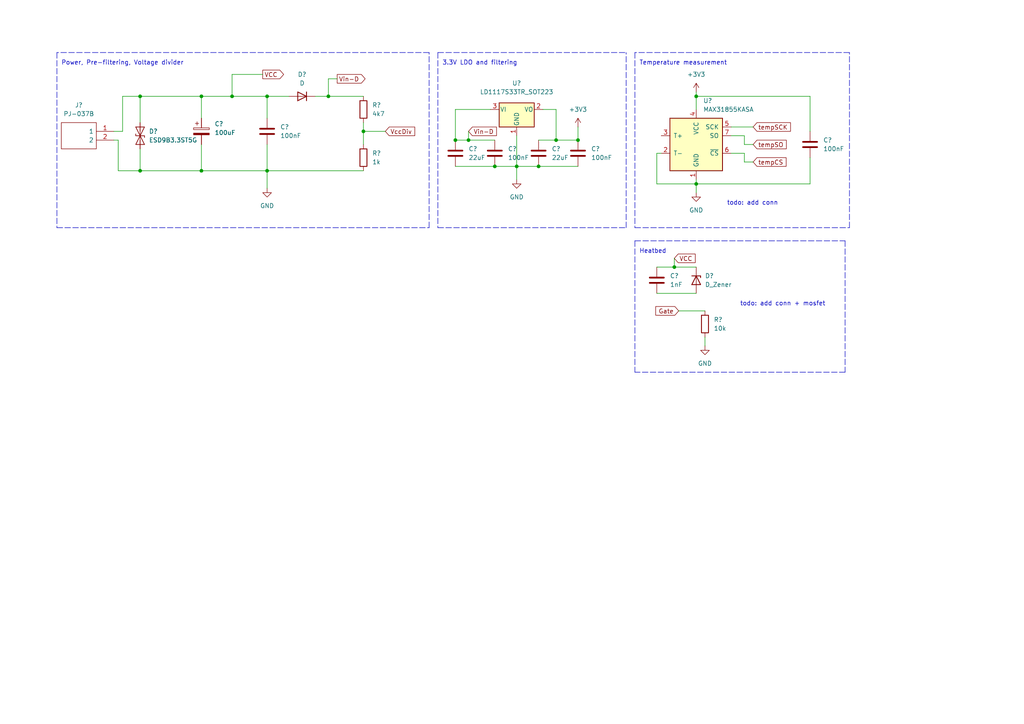
<source format=kicad_sch>
(kicad_sch (version 20211123) (generator eeschema)
  (paper "A4")
  (lib_symbols
    (symbol "Device:C" (pin_numbers hide) (pin_names (offset 0.254))
      (property "Reference" "C" (at 0.635 2.54 0))
      (property "Value" "C" (at 0.635 -2.54 0))
      (symbol "C_0_1"
        (polyline (pts (xy -2.032 -0.762) (xy 2.032 -0.762)) (stroke (width 0.508)))
        (polyline (pts (xy -2.032 0.762) (xy 2.032 0.762)) (stroke (width 0.508)))
      )
      (symbol "C_1_1"
        (pin passive line (at 0 3.81 270) (length 2.794) (name "~") (number "1"))
        (pin passive line (at 0 -3.81 90) (length 2.794) (name "~") (number "2"))
      )
    )
    (symbol "Device:C_Polarized" (pin_numbers hide) (pin_names (offset 0.254))
      (property "Reference" "C" (at 0.635 2.54 0))
      (property "Value" "C_Polarized" (at 0.635 -2.54 0))
      (symbol "C_Polarized_0_1"
        (rectangle (start -2.286 0.508) (end 2.286 1.016))
        (polyline (pts (xy -1.778 2.286) (xy -0.762 2.286)))
        (polyline (pts (xy -1.27 2.794) (xy -1.27 1.778)))
        (rectangle (start 2.286 -0.508) (end -2.286 -1.016) (fill (type outline)))
      )
      (symbol "C_Polarized_1_1"
        (pin passive line (at 0 3.81 270) (length 2.794) (name "~") (number "1"))
        (pin passive line (at 0 -3.81 90) (length 2.794) (name "~") (number "2"))
      )
    )
    (symbol "Device:D" (pin_numbers hide) (pin_names (offset 1.016) hide)
      (property "Reference" "D" (at 0 2.54 0))
      (property "Value" "D" (at 0 -2.54 0))
      (symbol "D_0_1"
        (polyline (pts (xy -1.27 1.27) (xy -1.27 -1.27)) (stroke (width 0.254)))
        (polyline (pts (xy 1.27 0) (xy -1.27 0)))
        (polyline (pts (xy 1.27 1.27) (xy 1.27 -1.27) (xy -1.27 0) (xy 1.27 1.27)) (stroke (width 0.254)))
      )
      (symbol "D_1_1"
        (pin passive line (at -3.81 0 0) (length 2.54) (name "K") (number "1"))
        (pin passive line (at 3.81 0 180) (length 2.54) (name "A") (number "2"))
      )
    )
    (symbol "Device:D_Zener" (pin_numbers hide) (pin_names (offset 1.016) hide)
      (property "Reference" "D" (at 0 2.54 0))
      (property "Value" "D_Zener" (at 0 -2.54 0))
      (symbol "D_Zener_0_1"
        (polyline (pts (xy 1.27 0) (xy -1.27 0)))
        (polyline (pts (xy -1.27 -1.27) (xy -1.27 1.27) (xy -0.762 1.27)) (stroke (width 0.254)))
        (polyline (pts (xy 1.27 -1.27) (xy 1.27 1.27) (xy -1.27 0) (xy 1.27 -1.27)) (stroke (width 0.254)))
      )
      (symbol "D_Zener_1_1"
        (pin passive line (at -3.81 0 0) (length 2.54) (name "K") (number "1"))
        (pin passive line (at 3.81 0 180) (length 2.54) (name "A") (number "2"))
      )
    )
    (symbol "Device:R" (pin_numbers hide) (pin_names (offset 0))
      (property "Reference" "R" (at 2.032 0 90))
      (property "Value" "R" (at 0 0 90))
      (symbol "R_0_1"
        (rectangle (start -1.016 -2.54) (end 1.016 2.54) (stroke (width 0.254)))
      )
      (symbol "R_1_1"
        (pin passive line (at 0 3.81 270) (length 1.27) (name "~") (number "1"))
        (pin passive line (at 0 -3.81 90) (length 1.27) (name "~") (number "2"))
      )
    )
    (symbol "Diode:ESD9B3.3ST5G" (pin_numbers hide) (pin_names (offset 1.016) hide)
      (property "Reference" "D" (at 0 2.54 0))
      (property "Value" "ESD9B3.3ST5G" (at 0 -2.54 0))
      (symbol "ESD9B3.3ST5G_0_1"
        (polyline (pts (xy 1.27 0) (xy -1.27 0)))
        (polyline (pts (xy -2.54 -1.27) (xy 0 0) (xy -2.54 1.27) (xy -2.54 -1.27)) (stroke (width 0.2032)))
        (polyline (pts (xy 0.508 1.27) (xy 0 1.27) (xy 0 -1.27) (xy -0.508 -1.27)) (stroke (width 0.2032)))
        (polyline (pts (xy 2.54 1.27) (xy 2.54 -1.27) (xy 0 0) (xy 2.54 1.27)) (stroke (width 0.2032)))
      )
      (symbol "ESD9B3.3ST5G_1_1"
        (pin passive line (at -3.81 0 0) (length 2.54) (name "A1") (number "1"))
        (pin passive line (at 3.81 0 180) (length 2.54) (name "A2") (number "2"))
      )
    )
    (symbol "Regulator_Linear:LD1117S33TR_SOT223" (pin_names (offset 0.254))
      (property "Reference" "U" (at -3.81 3.175 0))
      (property "Value" "LD1117S33TR_SOT223" (at 0 3.175 0))
      (symbol "LD1117S33TR_SOT223_0_1"
        (rectangle (start -5.08 -5.08) (end 5.08 1.905) (stroke (width 0.254)) (fill (type background)))
      )
      (symbol "LD1117S33TR_SOT223_1_1"
        (pin power_in line (at 0 -7.62 90) (length 2.54) (name "GND") (number "1"))
        (pin power_out line (at 7.62 0 180) (length 2.54) (name "VO") (number "2"))
        (pin power_in line (at -7.62 0 0) (length 2.54) (name "VI") (number "3"))
      )
    )
    (symbol "Sensor_Temperature:MAX31855KASA" (pin_names (offset 1.016))
      (property "Reference" "U" (at -7.62 8.89 0))
      (property "Value" "MAX31855KASA" (at 1.27 8.89 0))
      (symbol "MAX31855KASA_0_1"
        (rectangle (start -7.62 7.62) (end 7.62 -7.62) (stroke (width 0.254)) (fill (type background)))
      )
      (symbol "MAX31855KASA_1_1"
        (pin power_in line (at 0 -10.16 90) (length 2.54) (name "GND") (number "1"))
        (pin passive line (at -10.16 -2.54 0) (length 2.54) (name "T-") (number "2"))
        (pin passive line (at -10.16 2.54 0) (length 2.54) (name "T+") (number "3"))
        (pin power_in line (at 0 10.16 270) (length 2.54) (name "VCC") (number "4"))
        (pin input line (at 10.16 5.08 180) (length 2.54) (name "SCK") (number "5"))
        (pin input line (at 10.16 -2.54 180) (length 2.54) (name "~{CS}") (number "6"))
        (pin tri_state line (at 10.16 2.54 180) (length 2.54) (name "SO") (number "7"))
      )
    )
    (symbol "library_loader:PJ-037B" (pin_names (offset 0.762))
      (property "Reference" "J" (at 16.51 7.62 0))
      (property "Value" "PJ-037B" (at 16.51 5.08 0))
      (symbol "PJ-037B_0_0"
        (pin passive line (at 0 -2.54 0) (length 5.08) (name "1") (number "1"))
        (pin passive line (at 0 0 0) (length 5.08) (name "2") (number "2"))
      )
      (symbol "PJ-037B_0_1"
        (polyline (pts (xy 5.08 2.54) (xy 15.24 2.54) (xy 15.24 -5.08) (xy 5.08 -5.08) (xy 5.08 2.54)) (stroke (width 0.1524)))
      )
    )
    (symbol "power:+3.3V" (power) (pin_names (offset 0))
      (property "Value" "+3.3V" (at 0 3.556 0))
      (symbol "+3.3V_0_1"
        (polyline (pts (xy -0.762 1.27) (xy 0 2.54)))
        (polyline (pts (xy 0 0) (xy 0 2.54)))
        (polyline (pts (xy 0 2.54) (xy 0.762 1.27)))
      )
      (symbol "+3.3V_1_1"
        (pin power_in line (at 0 0 90) (length 0) hide (name "+3V3") (number "1"))
      )
    )
    (symbol "power:GND" (power) (pin_names (offset 0))
      (property "Value" "GND" (at 0 -3.81 0))
      (symbol "GND_0_1"
        (polyline (pts (xy 0 0) (xy 0 -1.27) (xy 1.27 -1.27) (xy 0 -2.54) (xy -1.27 -1.27) (xy 0 -1.27)))
      )
      (symbol "GND_1_1"
        (pin power_in line (at 0 0 270) (length 0) hide (name "GND") (number "1"))
      )
    )
  )
  (junction (at 105.41 38.1))
  (junction (at 40.64 49.53))
  (junction (at 201.93 27.94))
  (junction (at 161.29 40.64))
  (junction (at 77.47 49.53))
  (junction (at 195.58 77.47))
  (junction (at 156.21 48.26))
  (junction (at 149.86 48.26))
  (junction (at 143.51 48.26))
  (junction (at 77.47 27.94))
  (junction (at 58.42 27.94))
  (junction (at 201.93 53.34))
  (junction (at 95.25 27.94))
  (junction (at 67.31 27.94))
  (junction (at 58.42 49.53))
  (junction (at 132.08 40.64))
  (junction (at 40.64 27.94))
  (junction (at 167.64 40.64))
  (junction (at 135.89 40.64))
  (wire (pts (xy 190.5 85.09) (xy 201.93 85.09)))
  (wire (pts (xy 105.41 38.1) (xy 105.41 41.91)))
  (wire (pts (xy 35.56 27.94) (xy 35.56 38.1)))
  (wire (pts (xy 204.47 97.79) (xy 204.47 100.33)))
  (polyline (pts (xy 184.15 66.04) (xy 246.38 66.04)))
  (wire (pts (xy 33.02 38.1) (xy 35.56 38.1)))
  (polyline (pts (xy 181.61 66.04) (xy 181.61 15.24)))
  (wire (pts (xy 195.58 77.47) (xy 201.93 77.47)))
  (wire (pts (xy 215.9 46.99) (xy 218.44 46.99)))
  (wire (pts (xy 142.24 31.75) (xy 132.08 31.75)))
  (wire (pts (xy 234.95 38.1) (xy 234.95 27.94)))
  (wire (pts (xy 196.85 90.17) (xy 204.47 90.17)))
  (polyline (pts (xy 246.38 15.24) (xy 184.15 15.24)))
  (wire (pts (xy 35.56 27.94) (xy 40.64 27.94)))
  (wire (pts (xy 58.42 27.94) (xy 58.42 34.29)))
  (wire (pts (xy 234.95 53.34) (xy 234.95 45.72)))
  (wire (pts (xy 67.31 27.94) (xy 77.47 27.94)))
  (wire (pts (xy 40.64 35.56) (xy 40.64 27.94)))
  (polyline (pts (xy 124.46 15.24) (xy 16.51 15.24)))
  (wire (pts (xy 190.5 77.47) (xy 195.58 77.47)))
  (wire (pts (xy 161.29 40.64) (xy 167.64 40.64)))
  (wire (pts (xy 156.21 40.64) (xy 161.29 40.64)))
  (wire (pts (xy 191.77 44.45) (xy 190.5 44.45)))
  (wire (pts (xy 132.08 31.75) (xy 132.08 40.64)))
  (wire (pts (xy 105.41 35.56) (xy 105.41 38.1)))
  (wire (pts (xy 77.47 34.29) (xy 77.47 27.94)))
  (wire (pts (xy 34.29 40.64) (xy 34.29 49.53)))
  (wire (pts (xy 95.25 27.94) (xy 105.41 27.94)))
  (wire (pts (xy 76.2 21.59) (xy 67.31 21.59)))
  (wire (pts (xy 40.64 49.53) (xy 58.42 49.53)))
  (wire (pts (xy 34.29 49.53) (xy 40.64 49.53)))
  (wire (pts (xy 135.89 40.64) (xy 143.51 40.64)))
  (polyline (pts (xy 124.46 66.04) (xy 124.46 15.24)))
  (polyline (pts (xy 16.51 66.04) (xy 124.46 66.04)))
  (polyline (pts (xy 184.15 69.85) (xy 184.15 107.95)))
  (polyline (pts (xy 245.11 107.95) (xy 184.15 107.95)))
  (polyline (pts (xy 127 15.24) (xy 127 66.04)))
  (wire (pts (xy 95.25 22.86) (xy 95.25 27.94)))
  (polyline (pts (xy 245.11 69.85) (xy 245.11 107.95)))
  (wire (pts (xy 135.89 38.1) (xy 135.89 40.64)))
  (wire (pts (xy 212.09 44.45) (xy 215.9 44.45)))
  (wire (pts (xy 67.31 21.59) (xy 67.31 27.94)))
  (wire (pts (xy 201.93 53.34) (xy 201.93 55.88)))
  (wire (pts (xy 156.21 48.26) (xy 167.64 48.26)))
  (wire (pts (xy 201.93 26.67) (xy 201.93 27.94)))
  (wire (pts (xy 190.5 53.34) (xy 201.93 53.34)))
  (wire (pts (xy 201.93 27.94) (xy 201.93 31.75)))
  (wire (pts (xy 201.93 53.34) (xy 234.95 53.34)))
  (polyline (pts (xy 127 66.04) (xy 181.61 66.04)))
  (wire (pts (xy 195.58 74.93) (xy 195.58 77.47)))
  (wire (pts (xy 40.64 27.94) (xy 58.42 27.94)))
  (polyline (pts (xy 246.38 66.04) (xy 246.38 15.24)))
  (wire (pts (xy 212.09 36.83) (xy 218.44 36.83)))
  (wire (pts (xy 40.64 43.18) (xy 40.64 49.53)))
  (wire (pts (xy 105.41 38.1) (xy 111.76 38.1)))
  (wire (pts (xy 97.79 22.86) (xy 95.25 22.86)))
  (wire (pts (xy 91.44 27.94) (xy 95.25 27.94)))
  (wire (pts (xy 105.41 49.53) (xy 77.47 49.53)))
  (wire (pts (xy 215.9 41.91) (xy 218.44 41.91)))
  (wire (pts (xy 212.09 39.37) (xy 215.9 39.37)))
  (wire (pts (xy 77.47 41.91) (xy 77.47 49.53)))
  (wire (pts (xy 77.47 27.94) (xy 83.82 27.94)))
  (polyline (pts (xy 184.15 69.85) (xy 245.11 69.85)))
  (wire (pts (xy 215.9 39.37) (xy 215.9 41.91)))
  (wire (pts (xy 161.29 31.75) (xy 161.29 40.64)))
  (wire (pts (xy 132.08 40.64) (xy 135.89 40.64)))
  (wire (pts (xy 58.42 27.94) (xy 67.31 27.94)))
  (wire (pts (xy 157.48 31.75) (xy 161.29 31.75)))
  (wire (pts (xy 132.08 48.26) (xy 143.51 48.26)))
  (wire (pts (xy 58.42 49.53) (xy 58.42 41.91)))
  (wire (pts (xy 34.29 40.64) (xy 33.02 40.64)))
  (polyline (pts (xy 16.51 15.24) (xy 16.51 66.04)))
  (wire (pts (xy 201.93 52.07) (xy 201.93 53.34)))
  (wire (pts (xy 201.93 27.94) (xy 234.95 27.94)))
  (wire (pts (xy 149.86 48.26) (xy 156.21 48.26)))
  (wire (pts (xy 77.47 49.53) (xy 77.47 54.61)))
  (polyline (pts (xy 127 15.24) (xy 181.61 15.24)))
  (wire (pts (xy 149.86 39.37) (xy 149.86 48.26)))
  (wire (pts (xy 167.64 36.83) (xy 167.64 40.64)))
  (polyline (pts (xy 184.15 15.24) (xy 184.15 66.04)))
  (wire (pts (xy 77.47 49.53) (xy 58.42 49.53)))
  (wire (pts (xy 143.51 48.26) (xy 149.86 48.26)))
  (wire (pts (xy 215.9 44.45) (xy 215.9 46.99)))
  (wire (pts (xy 190.5 44.45) (xy 190.5 53.34)))
  (wire (pts (xy 149.86 48.26) (xy 149.86 52.07)))
  (text "Heatbed" (at 185.42 73.66 0) (effects (font (size 1.27 1.27)) (justify left bottom)))
  (text "todo: add conn + mosfet\n" (at 214.63 88.9 0) (effects (font (size 1.27 1.27)) (justify left bottom)))
  (text "Temperature measurement" (at 185.42 19.05 0) (effects (font (size 1.27 1.27)) (justify left bottom)))
  (text "Power, Pre-filtering, Voltage divider" (at 17.78 19.05 0) (effects (font (size 1.27 1.27)) (justify left bottom)))
  (text "todo: add conn" (at 210.82 59.69 0) (effects (font (size 1.27 1.27)) (justify left bottom)))
  (text "3.3V LDO and filtering" (at 128.27 19.05 0) (effects (font (size 1.27 1.27)) (justify left bottom)))
  (global_label "tempSO" (shape input) (at 218.44 41.91 0) (property "Intersheet References" "${INTERSHEET_REFS}" (effects hide)))
  (global_label "tempSCK" (shape input) (at 218.44 36.83 0) (property "Intersheet References" "${INTERSHEET_REFS}" (effects hide)))
  (global_label "VccDiv" (shape input) (at 111.76 38.1 0) (property "Intersheet References" "${INTERSHEET_REFS}" (effects hide)))
  (global_label "VCC" (shape input) (at 195.58 74.93 0) (property "Intersheet References" "${INTERSHEET_REFS}" (effects hide)))
  (global_label "VCC" (shape output) (at 76.2 21.59 0) (property "Intersheet References" "${INTERSHEET_REFS}" (effects hide)))
  (global_label "Vin-D" (shape input) (at 135.89 38.1 0) (property "Intersheet References" "${INTERSHEET_REFS}" (effects hide)))
  (global_label "tempCS" (shape input) (at 218.44 46.99 0) (property "Intersheet References" "${INTERSHEET_REFS}" (effects hide)))
  (global_label "Gate" (shape input) (at 196.85 90.17 180) (property "Intersheet References" "${INTERSHEET_REFS}" (effects hide)))
  (global_label "Vin-D" (shape output) (at 97.79 22.86 0) (property "Intersheet References" "${INTERSHEET_REFS}" (effects hide)))
  (symbol (lib_id "Device:R") (at 105.41 45.72 0) (unit 1)
    (property "Reference" "R?" (at 107.95 44.4499 0) (effects (justify left)))
    (property "Value" "1k" (at 107.95 46.9899 0) (effects (justify left)))
  )
  (symbol (lib_id "Device:C") (at 167.64 44.45 0) (unit 1)
    (property "Reference" "C?" (at 171.45 43.1799 0) (effects (justify left)))
    (property "Value" "100nF" (at 171.45 45.7199 0) (effects (justify left)))
  )
  (symbol (lib_id "power:GND") (at 201.93 55.88 0) (unit 1)
    (property "Reference" "#PWR?" (effects hide))
    (property "Value" "GND" (at 201.93 60.96 0))
  )
  (symbol (lib_id "power:GND") (at 204.47 100.33 0) (unit 1)
    (property "Reference" "#PWR?" (effects hide))
    (property "Value" "GND" (at 204.47 105.41 0))
  )
  (symbol (lib_id "power:+3.3V") (at 201.93 26.67 0) (unit 1)
    (property "Reference" "#PWR?" (effects hide))
    (property "Value" "+3.3V" (at 201.93 21.59 0))
  )
  (symbol (lib_id "Device:D_Zener") (at 201.93 81.28 270) (unit 1)
    (property "Reference" "D?" (at 204.47 80.0099 90) (effects (justify left)))
    (property "Value" "D_Zener" (at 204.47 82.5499 90) (effects (justify left)))
  )
  (symbol (lib_id "Device:C") (at 156.21 44.45 0) (unit 1)
    (property "Reference" "C?" (at 160.02 43.1799 0) (effects (justify left)))
    (property "Value" "22uF" (at 160.02 45.7199 0) (effects (justify left)))
  )
  (symbol (lib_id "power:+3.3V") (at 167.64 36.83 0) (unit 1)
    (property "Reference" "#PWR?" (effects hide))
    (property "Value" "+3.3V" (at 167.64 31.75 0))
  )
  (symbol (lib_id "Device:C") (at 132.08 44.45 0) (unit 1)
    (property "Reference" "C?" (at 135.89 43.1799 0) (effects (justify left)))
    (property "Value" "22uF" (at 135.89 45.7199 0) (effects (justify left)))
  )
  (symbol (lib_id "Device:C") (at 190.5 81.28 0) (unit 1)
    (property "Reference" "C?" (at 194.31 80.0099 0) (effects (justify left)))
    (property "Value" "1nF" (at 194.31 82.5499 0) (effects (justify left)))
  )
  (symbol (lib_id "Device:C") (at 77.47 38.1 0) (unit 1)
    (property "Reference" "C?" (at 81.28 36.8299 0) (effects (justify left)))
    (property "Value" "100nF" (at 81.28 39.3699 0) (effects (justify left)))
  )
  (symbol (lib_id "Device:C") (at 143.51 44.45 0) (unit 1)
    (property "Reference" "C?" (at 147.32 43.1799 0) (effects (justify left)))
    (property "Value" "100nF" (at 147.32 45.7199 0) (effects (justify left)))
  )
  (symbol (lib_id "Device:C_Polarized") (at 58.42 38.1 0) (unit 1)
    (property "Reference" "C?" (at 62.23 35.9409 0) (effects (justify left)))
    (property "Value" "100uF" (at 62.23 38.4809 0) (effects (justify left)))
  )
  (symbol (lib_id "Device:D") (at 87.63 27.94 180) (unit 1)
    (property "Reference" "D?" (at 87.63 21.59 0))
    (property "Value" "D" (at 87.63 24.13 0))
  )
  (symbol (lib_id "library_loader:PJ-037B") (at 33.02 40.64 180) (unit 1)
    (property "Reference" "J?" (at 22.86 30.48 0))
    (property "Value" "PJ-037B" (at 22.86 33.02 0))
    (property "Footprint" "PJ037B" (effects hide))
    (property "Datasheet" "https://www.cui.com/product/resource/digikeypdf/pj-037b.pdf" (effects hide))
    (property "Description" "DC Power Connectors Power Jacks" (effects hide))
    (property "Height" "11.2" (effects hide))
    (property "Mouser Part Number" "490-PJ-037B" (effects hide))
    (property "Mouser Price/Stock" "https://www.mouser.co.uk/ProductDetail/CUI-Devices/PJ-037B?qs=WyjlAZoYn51Mb9mVo2Wh7A%3D%3D" (effects hide))
    (property "Manufacturer_Name" "CUI Inc." (effects hide))
    (property "Manufacturer_Part_Number" "PJ-037B" (effects hide))
  )
  (symbol (lib_id "power:GND") (at 149.86 52.07 0) (unit 1)
    (property "Reference" "#PWR?" (effects hide))
    (property "Value" "GND" (at 149.86 57.15 0))
  )
  (symbol (lib_id "Device:R") (at 105.41 31.75 0) (unit 1)
    (property "Reference" "R?" (at 107.95 30.4799 0) (effects (justify left)))
    (property "Value" "4k7" (at 107.95 33.0199 0) (effects (justify left)))
  )
  (symbol (lib_id "Device:R") (at 204.47 93.98 0) (unit 1)
    (property "Reference" "R?" (at 207.01 92.7099 0) (effects (justify left)))
    (property "Value" "10k" (at 207.01 95.2499 0) (effects (justify left)))
  )
  (symbol (lib_id "Device:C") (at 234.95 41.91 0) (unit 1)
    (property "Reference" "C?" (at 238.76 40.6399 0) (effects (justify left)))
    (property "Value" "100nF" (at 238.76 43.1799 0) (effects (justify left)))
  )
  (symbol (lib_id "Regulator_Linear:LD1117S33TR_SOT223") (at 149.86 31.75 0) (unit 1)
    (property "Reference" "U?" (at 149.86 24.13 0))
    (property "Value" "LD1117S33TR_SOT223" (at 149.86 26.67 0))
    (property "Footprint" "Package_TO_SOT_SMD:SOT-223-3_TabPin2" (effects hide))
    (property "Datasheet" "http://www.st.com/st-web-ui/static/active/en/resource/technical/document/datasheet/CD00000544.pdf" (effects hide))
  )
  (symbol (lib_id "power:GND") (at 77.47 54.61 0) (unit 1)
    (property "Reference" "#PWR?" (effects hide))
    (property "Value" "GND" (at 77.47 59.69 0))
  )
  (symbol (lib_id "Diode:ESD9B3.3ST5G") (at 40.64 39.37 90) (unit 1)
    (property "Reference" "D?" (at 43.18 38.0999 90) (effects (justify right)))
    (property "Value" "ESD9B3.3ST5G" (at 43.18 40.6399 90) (effects (justify right)))
    (property "Footprint" "Diode_SMD:D_SOD-923" (effects hide))
    (property "Datasheet" "https://www.onsemi.com/pub/Collateral/ESD9B-D.PDF" (effects hide))
  )
  (symbol (lib_id "Sensor_Temperature:MAX31855KASA") (at 201.93 41.91 0) (unit 1)
    (property "Reference" "U?" (at 203.9494 29.21 0) (effects (justify left)))
    (property "Value" "MAX31855KASA" (at 203.9494 31.75 0) (effects (justify left)))
    (property "Footprint" "Package_SO:SOIC-8_3.9x4.9mm_P1.27mm" (effects hide))
    (property "Datasheet" "http://datasheets.maximintegrated.com/en/ds/MAX31855.pdf" (effects hide))
  )
)
</source>
